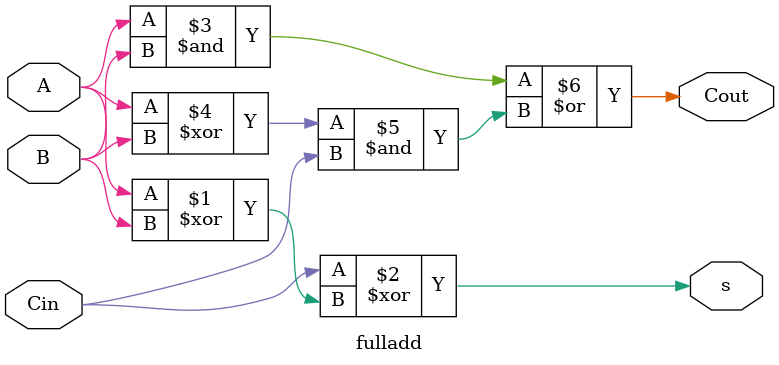
<source format=sv>
module fulladd(input logic A, B, Cin,
               output logic s, Cout);


	assign s = Cin ^ (A ^ B);
	assign Cout = (A&B) | ((A^B)&Cin);

endmodule
</source>
